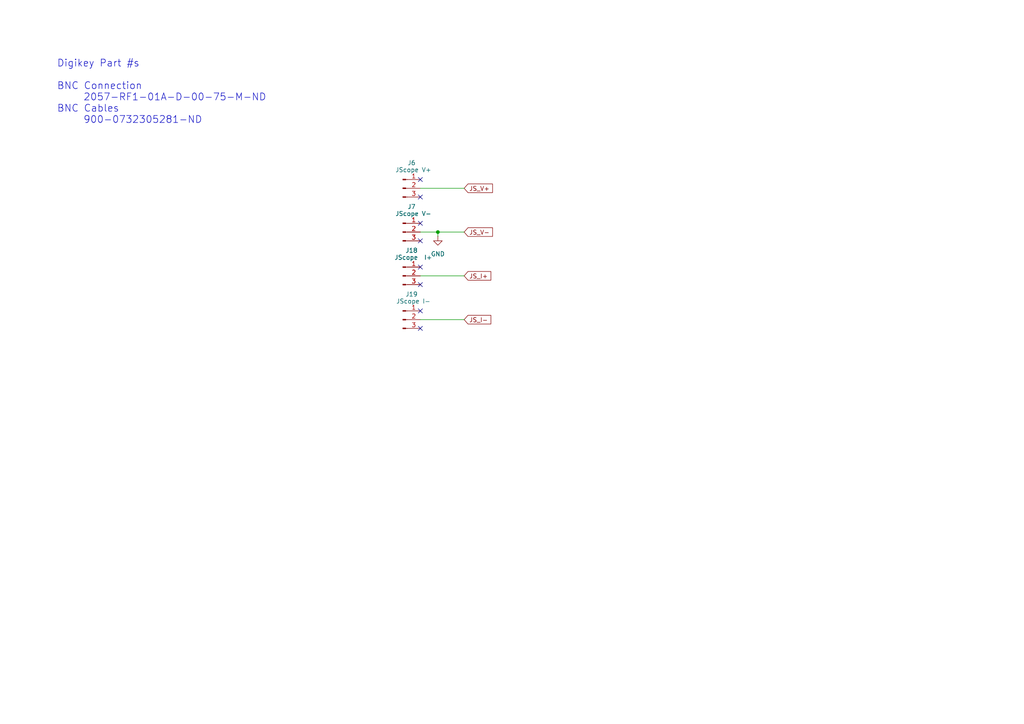
<source format=kicad_sch>
(kicad_sch (version 20250114) (generator "eeschema") (generator_version "9.0")
  (paper "A4")
  (title_block (title "SCuM Observatory") (date "2025-03-21") (rev "2") (company "West Lab"))
  (lib_symbols
    (symbol "Connector:Conn_01x03_Pin" (pin_names (offset 1.016) (hide yes))
      (property "Reference" "J" (at 0 5.08 0))
      (property "Value" "Conn_01x03_Pin" (at 0 -5.08 0))
      (symbol "Conn_01x03_Pin_1_1"
        (rectangle (start 0.8636 2.667) (end 0 2.413) (stroke (width 0.1524)) (fill (type outline)))
        (rectangle (start 0.8636 0.127) (end 0 -0.127) (stroke (width 0.1524)) (fill (type outline)))
        (rectangle (start 0.8636 -2.413) (end 0 -2.667) (stroke (width 0.1524)) (fill (type outline)))
        (polyline (pts (xy 1.27 2.54) (xy 0.8636 2.54)) (stroke (width 0.1524)))
        (polyline (pts (xy 1.27 0) (xy 0.8636 0)) (stroke (width 0.1524)))
        (polyline (pts (xy 1.27 -2.54) (xy 0.8636 -2.54)) (stroke (width 0.1524)))
        (pin passive line (at 5.08 2.54 180) (length 3.81) (name "Pin_1") (number "1"))
        (pin passive line (at 5.08 0 180) (length 3.81) (name "Pin_2") (number "2"))
        (pin passive line (at 5.08 -2.54 180) (length 3.81) (name "Pin_3") (number "3"))
      )
    )
    (symbol "power:GND" (power) (pin_numbers (hide yes)) (pin_names (offset 0) (hide yes))
      (property "Value" "GND" (at 0 -3.81 0))
      (symbol "GND_0_1"
        (polyline (pts (xy 0 0) (xy 0 -1.27) (xy 1.27 -1.27) (xy 0 -2.54) (xy -1.27 -1.27) (xy 0 -1.27)))
      )
      (symbol "GND_1_1"
        (pin power_in line (at 0 0 270) (length 0) (name "~") (number "1"))
      )
    )
  )
  (text "Digikey Part #s\n\nBNC Connection\n	2057-RF1-01A-D-00-75-M-ND	\nBNC Cables\n	900-0732305281-ND" (at 16.51 26.67 0) (effects (font (size 2.032 2.032)) (justify left)))
  (junction (at 127 67.31))
  (no_connect (at 121.92 52.07))
  (no_connect (at 121.92 95.25))
  (no_connect (at 121.92 57.15))
  (no_connect (at 121.92 82.55))
  (no_connect (at 121.92 77.47))
  (no_connect (at 121.92 90.17))
  (no_connect (at 121.92 64.77))
  (no_connect (at 121.92 69.85))
  (wire (pts (xy 127 67.31) (xy 134.62 67.31)))
  (wire (pts (xy 121.92 80.01) (xy 134.62 80.01)))
  (wire (pts (xy 121.92 92.71) (xy 134.62 92.71)))
  (wire (pts (xy 121.92 54.61) (xy 134.62 54.61)))
  (wire (pts (xy 127 67.31) (xy 127 68.58)))
  (wire (pts (xy 121.92 67.31) (xy 127 67.31)))
  (global_label "JS_I-" (shape input) (at 134.62 92.71 0) (property "Intersheetrefs" "${INTERSHEET_REFS}" (effects (hide yes))))
  (global_label "JS_I+" (shape input) (at 134.62 80.01 0) (property "Intersheetrefs" "${INTERSHEET_REFS}" (effects (hide yes))))
  (global_label "JS_V-" (shape input) (at 134.62 67.31 0) (property "Intersheetrefs" "${INTERSHEET_REFS}" (effects (hide yes))))
  (global_label "JS_V+" (shape input) (at 134.62 54.61 0) (property "Intersheetrefs" "${INTERSHEET_REFS}" (effects (hide yes))))
  (symbol (lib_id "Connector:Conn_01x03_Pin") (at 116.84 80.01 0) (unit 1)
    (property "Reference" "J18" (at 119.38 72.644 0))
    (property "Value" "JScope  I+" (at 119.888 74.676 0))
    (property "Footprint" "Connector_PinHeader_2.54mm:PinHeader_1x03_P2.54mm_Vertical" (effects (hide yes)))
    (property "Description" "Generic connector, single row, 01x03, script generated" (effects (hide yes)))
  )
  (symbol (lib_id "power:GND") (at 127 68.58 0) (unit 1)
    (property "Reference" "#PWR033" (effects (hide yes)))
    (property "Value" "GND" (at 127 73.66 0))
    (property "Description" "Power symbol creates a global label with name \"GND\" , ground" (effects (hide yes)))
  )
  (symbol (lib_id "Connector:Conn_01x03_Pin") (at 116.84 67.31 0) (unit 1)
    (property "Reference" "J7" (at 119.38 59.944 0))
    (property "Value" "JScope V-" (at 119.888 61.976 0))
    (property "Footprint" "Connector_PinHeader_2.54mm:PinHeader_1x03_P2.54mm_Vertical" (effects (hide yes)))
    (property "Description" "Generic connector, single row, 01x03, script generated" (effects (hide yes)))
  )
  (symbol (lib_id "Connector:Conn_01x03_Pin") (at 116.84 54.61 0) (unit 1)
    (property "Reference" "J6" (at 119.38 47.244 0))
    (property "Value" "JScope V+" (at 119.888 49.276 0))
    (property "Footprint" "Connector_PinHeader_2.54mm:PinHeader_1x03_P2.54mm_Vertical" (effects (hide yes)))
    (property "Description" "Generic connector, single row, 01x03, script generated" (effects (hide yes)))
  )
  (symbol (lib_id "Connector:Conn_01x03_Pin") (at 116.84 92.71 0) (unit 1)
    (property "Reference" "J19" (at 119.38 85.344 0))
    (property "Value" "JScope I-" (at 119.888 87.376 0))
    (property "Footprint" "Connector_PinHeader_2.54mm:PinHeader_1x03_P2.54mm_Vertical" (effects (hide yes)))
    (property "Description" "Generic connector, single row, 01x03, script generated" (effects (hide yes)))
  )
)
</source>
